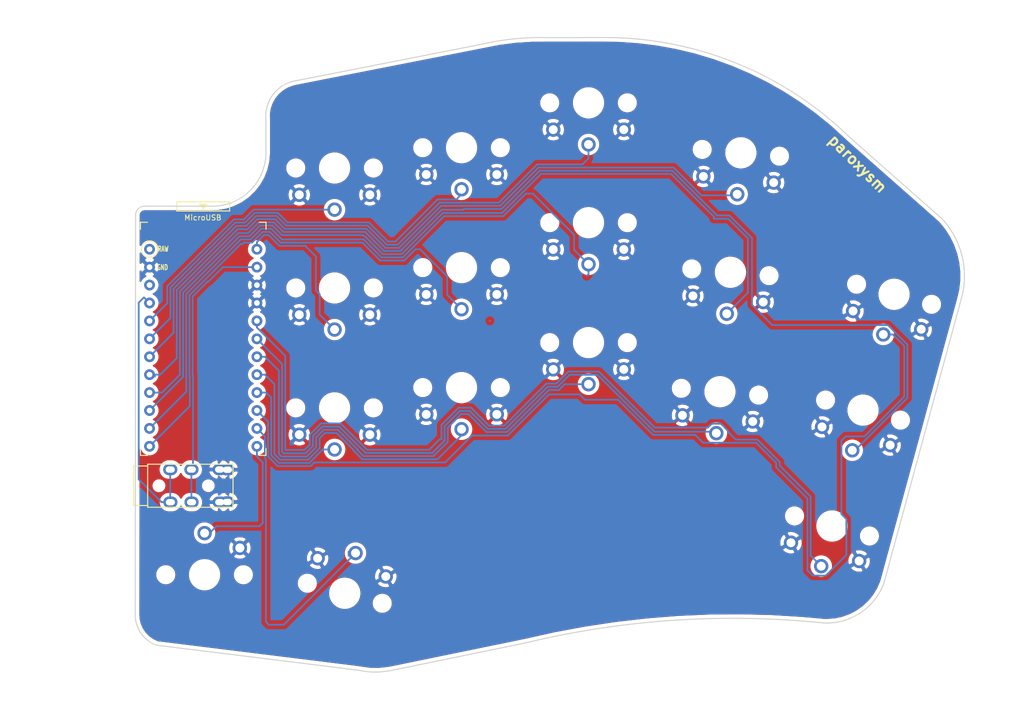
<source format=kicad_pcb>
(kicad_pcb (version 20171130) (host pcbnew "(5.1.10-1-10_14)")
  (title_block (title hypergolic) (date 2020-12-26) (rev 0.1) (company broomlabs))
  (layers (0 F.Cu signal hide) (31 B.Cu signal) (34 B.Paste user) (35 F.Paste user) (36 B.SilkS user) (37 F.SilkS user) (38 B.Mask user) (39 F.Mask user) (44 Edge.Cuts user))
  (net 0 "")
  (net 1 reset)
  (net 2 gnd)
  (net 3 vcc)
  (net 4 Switch18)
  (net 5 Switch1)
  (net 6 Switch2)
  (net 7 Switch3)
  (net 8 Switch4)
  (net 9 Switch5)
  (net 10 Switch6)
  (net 11 Switch7)
  (net 12 Switch8)
  (net 13 Switch9)
  (net 14 Switch10)
  (net 15 Switch11)
  (net 16 Switch12)
  (net 17 Switch13)
  (net 18 Switch14)
  (net 19 Switch15)
  (net 20 Switch16)
  (net 21 Switch17)
  (net 22 raw)
  (module kbd:ProMicro_v3_min_dual (layer F.Cu) (at 40.64 67.056)
    (fp_text reference U1 hide)
    (fp_text value ProMicro-kbd hide)
    (fp_text user "" (at -1.2065 -16.256) (layer B.SilkS) (effects (justify mirror)))
    (fp_text user "" (at -0.5 -17.25) (layer F.SilkS))
    (fp_text user MicroUSB (at -0.05 -18.95) (layer F.SilkS) (effects (font (size 0.75 0.75) (thickness 0.12))))
    (fp_text user RAW (at -5.67 -14.52) (layer F.SilkS) (effects (font (size 0.75 0.5) (thickness 0.125))))
    (fp_text user GND (at -5.77 -11.91) (layer F.SilkS) (effects (font (size 0.75 0.5) (thickness 0.125))))
    (pad 24 thru_hole circle (at -7.6086 -14.478) (size 1.524 1.524) (drill 0.8128) (layers *.Cu *.Mask) (net 22 raw))
    (pad 23 thru_hole circle (at -7.6086 -11.938) (size 1.524 1.524) (drill 0.8128) (layers *.Cu *.Mask) (net 2 gnd))
    (pad 22 thru_hole circle (at -7.6086 -9.398) (size 1.524 1.524) (drill 0.8128) (layers *.Cu *.Mask) (net 1 reset))
    (pad 21 thru_hole circle (at -7.6086 -6.858) (size 1.524 1.524) (drill 0.8128) (layers *.Cu *.Mask) (net 3 vcc))
    (pad 20 thru_hole circle (at -7.6086 -4.318) (size 1.524 1.524) (drill 0.8128) (layers *.Cu *.Mask) (net 9 Switch5))
    (pad 19 thru_hole circle (at -7.6086 -1.778) (size 1.524 1.524) (drill 0.8128) (layers *.Cu *.Mask) (net 8 Switch4))
    (pad 18 thru_hole circle (at -7.6086 0.762) (size 1.524 1.524) (drill 0.8128) (layers *.Cu *.Mask) (net 7 Switch3))
    (pad 17 thru_hole circle (at -7.6086 3.302) (size 1.524 1.524) (drill 0.8128) (layers *.Cu *.Mask) (net 6 Switch2))
    (pad 16 thru_hole circle (at -7.6086 5.842) (size 1.524 1.524) (drill 0.8128) (layers *.Cu *.Mask) (net 10 Switch6))
    (pad 15 thru_hole circle (at -7.6086 8.382) (size 1.524 1.524) (drill 0.8128) (layers *.Cu *.Mask) (net 11 Switch7))
    (pad 14 thru_hole circle (at -7.6086 10.922) (size 1.524 1.524) (drill 0.8128) (layers *.Cu *.Mask) (net 12 Switch8))
    (pad 13 thru_hole circle (at -7.6086 13.462) (size 1.524 1.524) (drill 0.8128) (layers *.Cu *.Mask) (net 13 Switch9))
    (pad 12 thru_hole circle (at 7.6114 13.462) (size 1.524 1.524) (drill 0.8128) (layers *.Cu *.Mask) (net 21 Switch17))
    (pad 11 thru_hole circle (at 7.6114 10.922) (size 1.524 1.524) (drill 0.8128) (layers *.Cu *.Mask) (net 20 Switch16))
    (pad 10 thru_hole circle (at 7.6114 8.382) (size 1.524 1.524) (drill 0.8128) (layers *.Cu *.Mask) (net 5 Switch1))
    (pad 9 thru_hole circle (at 7.6114 5.842) (size 1.524 1.524) (drill 0.8128) (layers *.Cu *.Mask) (net 19 Switch15))
    (pad 8 thru_hole circle (at 7.6114 3.302) (size 1.524 1.524) (drill 0.8128) (layers *.Cu *.Mask) (net 18 Switch14))
    (pad 7 thru_hole circle (at 7.6114 0.762) (size 1.524 1.524) (drill 0.8128) (layers *.Cu *.Mask) (net 17 Switch13))
    (pad 6 thru_hole circle (at 7.6114 -1.778) (size 1.524 1.524) (drill 0.8128) (layers *.Cu *.Mask) (net 16 Switch12))
    (pad 5 thru_hole circle (at 7.6114 -4.318) (size 1.524 1.524) (drill 0.8128) (layers *.Cu *.Mask) (net 15 Switch11))
    (pad 4 thru_hole circle (at 7.6114 -6.858) (size 1.524 1.524) (drill 0.8128) (layers *.Cu *.Mask) (net 2 gnd))
    (pad 3 thru_hole circle (at 7.6114 -9.398) (size 1.524 1.524) (drill 0.8128) (layers *.Cu *.Mask) (net 2 gnd))
    (pad 2 thru_hole circle (at 7.6114 -11.938) (size 1.524 1.524) (drill 0.8128) (layers *.Cu *.Mask) (net 4 Switch18))
    (pad 1 thru_hole circle (at 7.6114 -14.478) (size 1.524 1.524) (drill 0.8128) (layers *.Cu *.Mask) (net 14 Switch10))
  )
  (module Kailh:TRRS-PJ-DPB2 (layer F.Cu) (at 32.766 86.106 90)
    (fp_text reference Jack0 hide)
    (fp_text value TRRS hide)
    (pad R1 thru_hole oval (at -2.33 6.22 270) (size 1.6 2) (drill oval 0.9 1.3) (layers *.Cu *.Mask) (net 4 Switch18))
    (pad R2 thru_hole oval (at -2.33 3.22 270) (size 1.6 2) (drill oval 0.9 1.3) (layers *.Cu *.Mask) (net 3 vcc))
    (pad T thru_hole oval (at -2.33 10.22 270) (size 1.6 2) (drill oval 0.9 1.3) (layers *.Cu *.Mask) (net 2 gnd))
    (pad S thru_hole oval (at 2.27 11.32 270) (size 1.6 2) (drill oval 0.9 1.3) (layers *.Cu *.Mask) (net 2 gnd))
    (pad S thru_hole oval (at -2.3 11.3 90) (size 1.6 2) (drill oval 0.9 1.3) (layers *.Cu *.Mask) (net 2 gnd))
    (pad T thru_hole oval (at 2.3 10.2 90) (size 1.6 2) (drill oval 0.9 1.3) (layers *.Cu *.Mask) (net 2 gnd))
    (pad R2 thru_hole oval (at 2.3 3.2 90) (size 1.6 2) (drill oval 0.9 1.3) (layers *.Cu *.Mask) (net 3 vcc))
    (pad "" np_thru_hole circle (at 0 8.6 90) (size 0.8 0.8) (drill 0.8) (layers *.Cu *.Mask))
    (pad "" np_thru_hole circle (at 0 1.6 90) (size 0.8 0.8) (drill 0.8) (layers *.Cu *.Mask))
    (pad R1 thru_hole oval (at 2.3 6.2 90) (size 1.6 2) (drill oval 0.9 1.3) (layers *.Cu *.Mask) (net 4 Switch18))
  )
  (module Kailh:SW_PG1350_rev_DPB2 (layer B.Cu) (at 129.774266 91.806688 165)
    (fp_text reference SW8 hide)
    (fp_text value SW_Push hide)
    (pad "" np_thru_hole circle (at -5.5 0 165) (size 1.7018 1.7018) (drill 1.7018) (layers *.Cu *.Mask))
    (pad "" np_thru_hole circle (at 5.5 0 165) (size 1.7018 1.7018) (drill 1.7018) (layers *.Cu *.Mask))
    (pad 1 thru_hole circle (at 0 -5.9 165) (size 2.032 2.032) (drill 1.27) (layers *.Cu *.Mask) (net 15 Switch11))
    (pad 2 thru_hole circle (at -5 -3.8 165) (size 2.032 2.032) (drill 1.27) (layers *.Cu *.Mask) (net 2 gnd))
    (pad "" np_thru_hole circle (at 0 0 165) (size 3.429 3.429) (drill 3.429) (layers *.Cu *.Mask))
    (pad 2 thru_hole circle (at 5 -3.8 165) (size 2.032 2.032) (drill 1.27) (layers *.Cu *.Mask) (net 2 gnd))
  )
  (module Kailh:SW_PG1350_rev_DPB2 (layer B.Cu) (at 40.832476 98.720705)
    (fp_text reference SW21 hide)
    (fp_text value SW_Push hide)
    (pad 2 thru_hole circle (at 5 -3.8) (size 2.032 2.032) (drill 1.27) (layers *.Cu *.Mask) (net 2 gnd))
    (pad "" np_thru_hole circle (at 0 0) (size 3.429 3.429) (drill 3.429) (layers *.Cu *.Mask))
    (pad 2 thru_hole circle (at 5 -3.8) (size 2.032 2.032) (drill 1.27) (layers *.Cu *.Mask) (net 2 gnd))
    (pad 1 thru_hole circle (at 0 -5.9) (size 2.032 2.032) (drill 1.27) (layers *.Cu *.Mask) (net 21 Switch17))
    (pad "" np_thru_hole circle (at 5.5 0) (size 1.7018 1.7018) (drill 1.7018) (layers *.Cu *.Mask))
    (pad "" np_thru_hole circle (at -5.5 0) (size 1.7018 1.7018) (drill 1.7018) (layers *.Cu *.Mask))
  )
  (module Kailh:SW_PG1350_rev_DPB2 (layer B.Cu) (at 138.574835 58.962519 165)
    (fp_text reference SW14 hide)
    (fp_text value SW_Push hide)
    (pad 2 thru_hole circle (at 5 -3.8 165) (size 2.032 2.032) (drill 1.27) (layers *.Cu *.Mask) (net 2 gnd))
    (pad "" np_thru_hole circle (at 0 0 165) (size 3.429 3.429) (drill 3.429) (layers *.Cu *.Mask))
    (pad 2 thru_hole circle (at -5 -3.8 165) (size 2.032 2.032) (drill 1.27) (layers *.Cu *.Mask) (net 2 gnd))
    (pad 1 thru_hole circle (at 0 -5.9 165) (size 2.032 2.032) (drill 1.27) (layers *.Cu *.Mask) (net 5 Switch1))
    (pad "" np_thru_hole circle (at 5.5 0 165) (size 1.7018 1.7018) (drill 1.7018) (layers *.Cu *.Mask))
    (pad "" np_thru_hole circle (at -5.5 0 165) (size 1.7018 1.7018) (drill 1.7018) (layers *.Cu *.Mask))
  )
  (module Kailh:SW_PG1350_rev_DPB2 (layer B.Cu) (at 134.17463 75.384306 165)
    (fp_text reference SW8 hide)
    (fp_text value SW_Push hide)
    (pad 2 thru_hole circle (at 5 -3.8 165) (size 2.032 2.032) (drill 1.27) (layers *.Cu *.Mask) (net 2 gnd))
    (pad "" np_thru_hole circle (at 0 0 165) (size 3.429 3.429) (drill 3.429) (layers *.Cu *.Mask))
    (pad 2 thru_hole circle (at -5 -3.8 165) (size 2.032 2.032) (drill 1.27) (layers *.Cu *.Mask) (net 2 gnd))
    (pad 1 thru_hole circle (at 0 -5.9 165) (size 2.032 2.032) (drill 1.27) (layers *.Cu *.Mask) (net 10 Switch6))
    (pad "" np_thru_hole circle (at 5.5 0 165) (size 1.7018 1.7018) (drill 1.7018) (layers *.Cu *.Mask))
    (pad "" np_thru_hole circle (at -5.5 0 165) (size 1.7018 1.7018) (drill 1.7018) (layers *.Cu *.Mask))
  )
  (module Kailh:SW_PG1350_rev_DPB2 (layer B.Cu) (at 77.26 72.189 180)
    (fp_text reference SW17 hide)
    (fp_text value SW_Push hide)
    (pad 2 thru_hole circle (at 5 -3.8 180) (size 2.032 2.032) (drill 1.27) (layers *.Cu *.Mask) (net 2 gnd))
    (pad "" np_thru_hole circle (at 0 0 180) (size 3.429 3.429) (drill 3.429) (layers *.Cu *.Mask))
    (pad 2 thru_hole circle (at -5 -3.8 180) (size 2.032 2.032) (drill 1.27) (layers *.Cu *.Mask) (net 2 gnd))
    (pad 1 thru_hole circle (at 0 -5.9 180) (size 2.032 2.032) (drill 1.27) (layers *.Cu *.Mask) (net 18 Switch14))
    (pad "" np_thru_hole circle (at 5.5 0 180) (size 1.7018 1.7018) (drill 1.7018) (layers *.Cu *.Mask))
    (pad "" np_thru_hole circle (at -5.5 0 180) (size 1.7018 1.7018) (drill 1.7018) (layers *.Cu *.Mask))
  )
  (module Kailh:SW_PG1350_rev_DPB2 (layer B.Cu) (at 59.26 58.064 180)
    (fp_text reference SW12 hide)
    (fp_text value SW_Push hide)
    (pad 2 thru_hole circle (at 5 -3.8 180) (size 2.032 2.032) (drill 1.27) (layers *.Cu *.Mask) (net 2 gnd))
    (pad "" np_thru_hole circle (at 0 0 180) (size 3.429 3.429) (drill 3.429) (layers *.Cu *.Mask))
    (pad 2 thru_hole circle (at -5 -3.8 180) (size 2.032 2.032) (drill 1.27) (layers *.Cu *.Mask) (net 2 gnd))
    (pad 1 thru_hole circle (at 0 -5.9 180) (size 2.032 2.032) (drill 1.27) (layers *.Cu *.Mask) (net 14 Switch10))
    (pad "" np_thru_hole circle (at 5.5 0 180) (size 1.7018 1.7018) (drill 1.7018) (layers *.Cu *.Mask))
    (pad "" np_thru_hole circle (at -5.5 0 180) (size 1.7018 1.7018) (drill 1.7018) (layers *.Cu *.Mask))
  )
  (module Kailh:SW_PG1350_rev_DPB2 (layer B.Cu) (at 59.26 75.064 180)
    (fp_text reference SW18 hide)
    (fp_text value SW_Push hide)
    (pad 2 thru_hole circle (at 5 -3.8 180) (size 2.032 2.032) (drill 1.27) (layers *.Cu *.Mask) (net 2 gnd))
    (pad "" np_thru_hole circle (at 0 0 180) (size 3.429 3.429) (drill 3.429) (layers *.Cu *.Mask))
    (pad 2 thru_hole circle (at -5 -3.8 180) (size 2.032 2.032) (drill 1.27) (layers *.Cu *.Mask) (net 2 gnd))
    (pad 1 thru_hole circle (at 0 -5.9 180) (size 2.032 2.032) (drill 1.27) (layers *.Cu *.Mask) (net 19 Switch15))
    (pad "" np_thru_hole circle (at 5.5 0 180) (size 1.7018 1.7018) (drill 1.7018) (layers *.Cu *.Mask))
    (pad "" np_thru_hole circle (at -5.5 0 180) (size 1.7018 1.7018) (drill 1.7018) (layers *.Cu *.Mask))
  )
  (module Kailh:SW_PG1350_rev_DPB2 (layer B.Cu) (at 116.855326 38.908261 175)
    (fp_text reference SW3 hide)
    (fp_text value SW_Push hide)
    (pad 2 thru_hole circle (at 5 -3.8 175) (size 2.032 2.032) (drill 1.27) (layers *.Cu *.Mask) (net 2 gnd))
    (pad "" np_thru_hole circle (at 0 0 175) (size 3.429 3.429) (drill 3.429) (layers *.Cu *.Mask))
    (pad 2 thru_hole circle (at -5 -3.8 175) (size 2.032 2.032) (drill 1.27) (layers *.Cu *.Mask) (net 2 gnd))
    (pad 1 thru_hole circle (at 0 -5.9 175) (size 2.032 2.032) (drill 1.27) (layers *.Cu *.Mask) (net 6 Switch2))
    (pad "" np_thru_hole circle (at 5.5 0 175) (size 1.7018 1.7018) (drill 1.7018) (layers *.Cu *.Mask))
    (pad "" np_thru_hole circle (at -5.5 0 175) (size 1.7018 1.7018) (drill 1.7018) (layers *.Cu *.Mask))
  )
  (module Kailh:SW_PG1350_rev_DPB2 (layer B.Cu) (at 60.706 101.346 345)
    (fp_text reference SW20 hide)
    (fp_text value SW_Push hide)
    (pad 2 thru_hole circle (at 5 -3.8 345) (size 2.032 2.032) (drill 1.27) (layers *.Cu *.Mask) (net 2 gnd))
    (pad "" np_thru_hole circle (at 0 0 345) (size 3.429 3.429) (drill 3.429) (layers *.Cu *.Mask))
    (pad 2 thru_hole circle (at -5 -3.8 345) (size 2.032 2.032) (drill 1.27) (layers *.Cu *.Mask) (net 2 gnd))
    (pad 1 thru_hole circle (at 0 -5.9 345) (size 2.032 2.032) (drill 1.27) (layers *.Cu *.Mask) (net 20 Switch16))
    (pad "" np_thru_hole circle (at 5.5 0 345) (size 1.7018 1.7018) (drill 1.7018) (layers *.Cu *.Mask))
    (pad "" np_thru_hole circle (at -5.5 0 345) (size 1.7018 1.7018) (drill 1.7018) (layers *.Cu *.Mask))
  )
  (module Kailh:SW_PG1350_rev_DPB2 (layer B.Cu) (at 95.26 65.814 180)
    (fp_text reference SW16 hide)
    (fp_text value SW_Push hide)
    (pad 2 thru_hole circle (at 5 -3.8 180) (size 2.032 2.032) (drill 1.27) (layers *.Cu *.Mask) (net 2 gnd))
    (pad "" np_thru_hole circle (at 0 0 180) (size 3.429 3.429) (drill 3.429) (layers *.Cu *.Mask))
    (pad 2 thru_hole circle (at -5 -3.8 180) (size 2.032 2.032) (drill 1.27) (layers *.Cu *.Mask) (net 2 gnd))
    (pad 1 thru_hole circle (at 0 -5.9 180) (size 2.032 2.032) (drill 1.27) (layers *.Cu *.Mask) (net 17 Switch13))
    (pad "" np_thru_hole circle (at 5.5 0 180) (size 1.7018 1.7018) (drill 1.7018) (layers *.Cu *.Mask))
    (pad "" np_thru_hole circle (at -5.5 0 180) (size 1.7018 1.7018) (drill 1.7018) (layers *.Cu *.Mask))
  )
  (module Kailh:SW_PG1350_rev_DPB2 (layer B.Cu) (at 113.89239 72.775467 175)
    (fp_text reference SW15 hide)
    (fp_text value SW_Push hide)
    (pad 2 thru_hole circle (at 5 -3.8 175) (size 2.032 2.032) (drill 1.27) (layers *.Cu *.Mask) (net 2 gnd))
    (pad "" np_thru_hole circle (at 0 0 175) (size 3.429 3.429) (drill 3.429) (layers *.Cu *.Mask))
    (pad 2 thru_hole circle (at -5 -3.8 175) (size 2.032 2.032) (drill 1.27) (layers *.Cu *.Mask) (net 2 gnd))
    (pad 1 thru_hole circle (at 0 -5.9 175) (size 2.032 2.032) (drill 1.27) (layers *.Cu *.Mask) (net 16 Switch12))
    (pad "" np_thru_hole circle (at 5.5 0 175) (size 1.7018 1.7018) (drill 1.7018) (layers *.Cu *.Mask))
    (pad "" np_thru_hole circle (at -5.5 0 175) (size 1.7018 1.7018) (drill 1.7018) (layers *.Cu *.Mask))
  )
  (module Kailh:SW_PG1350_rev_DPB2 (layer B.Cu) (at 77.26 55.184 180)
    (fp_text reference SW11 hide)
    (fp_text value SW_Push hide)
    (pad 2 thru_hole circle (at 5 -3.8 180) (size 2.032 2.032) (drill 1.27) (layers *.Cu *.Mask) (net 2 gnd))
    (pad "" np_thru_hole circle (at 0 0 180) (size 3.429 3.429) (drill 3.429) (layers *.Cu *.Mask))
    (pad 2 thru_hole circle (at -5 -3.8 180) (size 2.032 2.032) (drill 1.27) (layers *.Cu *.Mask) (net 2 gnd))
    (pad 1 thru_hole circle (at 0 -5.9 180) (size 2.032 2.032) (drill 1.27) (layers *.Cu *.Mask) (net 13 Switch9))
    (pad "" np_thru_hole circle (at 5.5 0 180) (size 1.7018 1.7018) (drill 1.7018) (layers *.Cu *.Mask))
    (pad "" np_thru_hole circle (at -5.5 0 180) (size 1.7018 1.7018) (drill 1.7018) (layers *.Cu *.Mask))
  )
  (module Kailh:SW_PG1350_rev_DPB2 (layer B.Cu) (at 95.26 48.814 180)
    (fp_text reference SW10 hide)
    (fp_text value SW_Push hide)
    (pad 2 thru_hole circle (at 5 -3.8 180) (size 2.032 2.032) (drill 1.27) (layers *.Cu *.Mask) (net 2 gnd))
    (pad "" np_thru_hole circle (at 0 0 180) (size 3.429 3.429) (drill 3.429) (layers *.Cu *.Mask))
    (pad 2 thru_hole circle (at -5 -3.8 180) (size 2.032 2.032) (drill 1.27) (layers *.Cu *.Mask) (net 2 gnd))
    (pad 1 thru_hole circle (at 0 -5.9 180) (size 2.032 2.032) (drill 1.27) (layers *.Cu *.Mask) (net 12 Switch8))
    (pad "" np_thru_hole circle (at 5.5 0 180) (size 1.7018 1.7018) (drill 1.7018) (layers *.Cu *.Mask))
    (pad "" np_thru_hole circle (at -5.5 0 180) (size 1.7018 1.7018) (drill 1.7018) (layers *.Cu *.Mask))
  )
  (module Kailh:SW_PG1350_rev_DPB2 (layer B.Cu) (at 115.373738 55.843584 175)
    (fp_text reference SW9 hide)
    (fp_text value SW_Push hide)
    (pad 2 thru_hole circle (at 5 -3.8 175) (size 2.032 2.032) (drill 1.27) (layers *.Cu *.Mask) (net 2 gnd))
    (pad "" np_thru_hole circle (at 0 0 175) (size 3.429 3.429) (drill 3.429) (layers *.Cu *.Mask))
    (pad 2 thru_hole circle (at -5 -3.8 175) (size 2.032 2.032) (drill 1.27) (layers *.Cu *.Mask) (net 2 gnd))
    (pad 1 thru_hole circle (at 0 -5.9 175) (size 2.032 2.032) (drill 1.27) (layers *.Cu *.Mask) (net 11 Switch7))
    (pad "" np_thru_hole circle (at 5.5 0 175) (size 1.7018 1.7018) (drill 1.7018) (layers *.Cu *.Mask))
    (pad "" np_thru_hole circle (at -5.5 0 175) (size 1.7018 1.7018) (drill 1.7018) (layers *.Cu *.Mask))
  )
  (module Kailh:SW_PG1350_rev_DPB2 (layer B.Cu) (at 77.26 38.184 180)
    (fp_text reference SW5 hide)
    (fp_text value SW_Push hide)
    (pad 2 thru_hole circle (at 5 -3.8 180) (size 2.032 2.032) (drill 1.27) (layers *.Cu *.Mask) (net 2 gnd))
    (pad "" np_thru_hole circle (at 0 0 180) (size 3.429 3.429) (drill 3.429) (layers *.Cu *.Mask))
    (pad 2 thru_hole circle (at -5 -3.8 180) (size 2.032 2.032) (drill 1.27) (layers *.Cu *.Mask) (net 2 gnd))
    (pad 1 thru_hole circle (at 0 -5.9 180) (size 2.032 2.032) (drill 1.27) (layers *.Cu *.Mask) (net 8 Switch4))
    (pad "" np_thru_hole circle (at 5.5 0 180) (size 1.7018 1.7018) (drill 1.7018) (layers *.Cu *.Mask))
    (pad "" np_thru_hole circle (at -5.5 0 180) (size 1.7018 1.7018) (drill 1.7018) (layers *.Cu *.Mask))
  )
  (module Kailh:SW_PG1350_rev_DPB2 (layer B.Cu) (at 95.26 31.824 180)
    (fp_text reference SW4 hide)
    (fp_text value SW_Push hide)
    (pad 2 thru_hole circle (at 5 -3.8 180) (size 2.032 2.032) (drill 1.27) (layers *.Cu *.Mask) (net 2 gnd))
    (pad "" np_thru_hole circle (at 0 0 180) (size 3.429 3.429) (drill 3.429) (layers *.Cu *.Mask))
    (pad 2 thru_hole circle (at -5 -3.8 180) (size 2.032 2.032) (drill 1.27) (layers *.Cu *.Mask) (net 2 gnd))
    (pad 1 thru_hole circle (at 0 -5.9 180) (size 2.032 2.032) (drill 1.27) (layers *.Cu *.Mask) (net 7 Switch3))
    (pad "" np_thru_hole circle (at 5.5 0 180) (size 1.7018 1.7018) (drill 1.7018) (layers *.Cu *.Mask))
    (pad "" np_thru_hole circle (at -5.5 0 180) (size 1.7018 1.7018) (drill 1.7018) (layers *.Cu *.Mask))
  )
  (module Kailh:SW_PG1350_rev_DPB2 (layer B.Cu) (at 59.26 41.064 180)
    (fp_text reference SW6 hide)
    (fp_text value SW_Push hide)
    (pad 2 thru_hole circle (at 5 -3.8 180) (size 2.032 2.032) (drill 1.27) (layers *.Cu *.Mask) (net 2 gnd))
    (pad "" np_thru_hole circle (at 0 0 180) (size 3.429 3.429) (drill 3.429) (layers *.Cu *.Mask))
    (pad 2 thru_hole circle (at -5 -3.8 180) (size 2.032 2.032) (drill 1.27) (layers *.Cu *.Mask) (net 2 gnd))
    (pad 1 thru_hole circle (at 0 -5.9 180) (size 2.032 2.032) (drill 1.27) (layers *.Cu *.Mask) (net 9 Switch5))
    (pad "" np_thru_hole circle (at 5.5 0 180) (size 1.7018 1.7018) (drill 1.7018) (layers *.Cu *.Mask))
    (pad "" np_thru_hole circle (at -5.5 0 180) (size 1.7018 1.7018) (drill 1.7018) (layers *.Cu *.Mask))
  )
  (gr_arc (start 136.639964 56.371006) (end 145.39495 48.291023) (angle 58.87980947) (layer Edge.Cuts) (width 0.15))
  (gr_arc (start 129.024097 96.933133) (end 137.16 99.822) (angle 73.67484284) (layer Edge.Cuts) (width 0.15))
  (gr_line (start 128.033468 105.502274) (end 128.538609 105.553039) (layer Edge.Cuts) (width 0.15))
  (gr_line (start 148.082 59.69) (end 137.16 99.822) (angle 90) (layer Edge.Cuts) (width 0.15))
  (gr_circle (center 33.02 52.578) (end 34.036 53.086) (layer F.SilkS) (width 0.15))
  (gr_arc (start 115.728445 230.640449) (end 128.033468 105.502274) (angle -19.13145794) (layer Edge.Cuts) (width 0.15))
  (gr_line (start 67.247725 112.302294) (end 86.341482 108.380959) (layer Edge.Cuts) (width 0.15))
  (gr_text paroxysm (at 129.54 36.576 -45) (layer F.SilkS) (effects (font (size 1.5 1.5) (thickness 0.3)) (justify left)))
  (gr_arc (start 97.533067 72.318144) (end 132.331067 36.758144) (angle -45.25427734) (layer Edge.Cuts) (width 0.15))
  (gr_line (start 66.818368 112.363873) (end 67.247725 112.302294) (layer Edge.Cuts) (width 0.15))
  (gr_arc (start 32.32832 47.742) (end 31.05832 47.752) (angle 94.05555909) (layer Edge.Cuts) (width 0.15))
  (gr_line (start 32.408164 46.474473) (end 41.656141 46.477771) (angle 90) (layer Edge.Cuts) (width 0.15))
  (gr_arc (start 65.024 101.854) (end 62.738 112.268) (angle -22.06954052) (layer Edge.Cuts) (width 0.15))
  (gr_line (start 62.738 112.268) (end 34.036 108.712) (layer Edge.Cuts) (width 0.15))
  (gr_arc (start 35.572354 104.409905) (end 34.036 108.712) (angle 70.54625375) (layer Edge.Cuts) (width 0.15))
  (gr_arc (start 88.368079 58.96879) (end 80.226393 23.495399) (angle 14.16454563) (layer Edge.Cuts) (width 0.15))
  (gr_line (start 89.154528 22.581567) (end 96.773466 22.570406) (angle 90) (layer Edge.Cuts) (width 0.15))
  (gr_arc (start 41.91 38.86061) (end 49.53 39.006151) (angle 90.81459567) (layer Edge.Cuts) (width 0.15))
  (gr_arc (start 54.627507 33.74391) (end 49.53 34.29) (angle 87.32605082) (layer Edge.Cuts) (width 0.15))
  (gr_line (start 132.331067 36.758144) (end 145.39495 48.291023) (angle 90) (layer Edge.Cuts) (width 0.15))
  (gr_line (start 49.53 39.006151) (end 49.53 34.29) (angle 90) (layer Edge.Cuts) (width 0.15))
  (gr_line (start 31.004187 104.394055) (end 31.05832 47.752) (angle 90) (layer Edge.Cuts) (width 0.15))
  (gr_line (start 53.844201 28.67743) (end 80.226393 23.495399) (angle 90) (layer Edge.Cuts) (width 0.15))
  (segment (start 81.28 62.738) (end 81.279998 62.737998) (width 0.25) (layer B.Cu) (net 0))
  (segment (start 33.0314 57.658) (end 32.53523 57.658) (width 0.25) (layer B.Cu) (net 1))
  (segment (start 32.208434 59.436001) (end 31.496 60.148435) (width 0.25) (layer B.Cu) (net 3))
  (segment (start 32.269401 59.436001) (end 32.208434 59.436001) (width 0.25) (layer B.Cu) (net 3))
  (segment (start 33.0314 60.198) (end 32.269401 59.436001) (width 0.25) (layer B.Cu) (net 3))
  (segment (start 34.736 88.436) (end 35.986 88.436) (width 0.25) (layer B.Cu) (net 3))
  (segment (start 31.496 85.196) (end 34.736 88.436) (width 0.25) (layer B.Cu) (net 3))
  (segment (start 31.496 60.148435) (end 31.496 85.196) (width 0.25) (layer B.Cu) (net 3))
  (segment (start 35.966 88.416) (end 35.986 88.436) (width 0.25) (layer B.Cu) (net 3))
  (segment (start 35.966 83.806) (end 35.966 88.416) (width 0.25) (layer B.Cu) (net 3))
  (segment (start 48.2514 55.118) (end 43.434 55.118) (width 0.25) (layer B.Cu) (net 4))
  (segment (start 41.402 57.15) (end 41.28205 57.15) (width 0.25) (layer B.Cu) (net 4))
  (segment (start 43.434 55.118) (end 41.402 57.15) (width 0.25) (layer B.Cu) (net 4))
  (segment (start 41.28205 57.15) (end 39.138039 59.294011) (width 0.25) (layer B.Cu) (net 4))
  (segment (start 39.19071 70.529472) (end 39.19071 83.58129) (width 0.25) (layer B.Cu) (net 4))
  (segment (start 39.138039 70.476801) (end 39.19071 70.529472) (width 0.25) (layer B.Cu) (net 4))
  (segment (start 39.19071 83.58129) (end 38.966 83.806) (width 0.25) (layer B.Cu) (net 4))
  (segment (start 39.138039 59.294011) (end 39.138039 70.476801) (width 0.25) (layer B.Cu) (net 4))
  (segment (start 38.966 88.416) (end 38.986 88.436) (width 0.25) (layer B.Cu) (net 4))
  (segment (start 38.966 83.806) (end 38.966 88.416) (width 0.25) (layer B.Cu) (net 4))
  (segment (start 80.01 78.994) (end 79.756 78.994) (width 0.25) (layer B.Cu) (net 5))
  (segment (start 111.506 80.01) (end 119.002246 80.01) (width 0.25) (layer B.Cu) (net 5))
  (segment (start 80.01 78.994) (end 83.82 78.994) (width 0.25) (layer B.Cu) (net 5))
  (segment (start 83.82 78.994) (end 89.662 73.152) (width 0.25) (layer B.Cu) (net 5))
  (segment (start 89.662 73.152) (end 93.98 73.152) (width 0.25) (layer B.Cu) (net 5))
  (segment (start 110.391075 78.895075) (end 111.506 80.01) (width 0.25) (layer B.Cu) (net 5))
  (segment (start 94.742 73.914) (end 99.43959 73.914) (width 0.25) (layer B.Cu) (net 5))
  (segment (start 104.420665 78.895075) (end 110.391075 78.895075) (width 0.25) (layer B.Cu) (net 5))
  (segment (start 93.98 73.152) (end 94.742 73.914) (width 0.25) (layer B.Cu) (net 5))
  (segment (start 99.43959 73.914) (end 104.420665 78.895075) (width 0.25) (layer B.Cu) (net 5))
  (segment (start 131.11002 90.12398) (end 131.813767 90.827727) (width 0.25) (layer B.Cu) (net 5))
  (segment (start 131.813767 95.923799) (end 128.890915 98.846651) (width 0.25) (layer B.Cu) (net 5))
  (segment (start 131.11002 79.70998) (end 131.11002 90.12398) (width 0.25) (layer B.Cu) (net 5))
  (segment (start 131.71827 79.10173) (end 131.11002 79.70998) (width 0.25) (layer B.Cu) (net 5))
  (segment (start 134.38386 79.10173) (end 131.71827 79.10173) (width 0.25) (layer B.Cu) (net 5))
  (segment (start 140.01199 73.4736) (end 134.38386 79.10173) (width 0.25) (layer B.Cu) (net 5))
  (segment (start 131.813767 90.827727) (end 131.813767 95.923799) (width 0.25) (layer B.Cu) (net 5))
  (segment (start 140.01199 66.277396) (end 140.01199 73.4736) (width 0.25) (layer B.Cu) (net 5))
  (segment (start 138.396075 64.661481) (end 140.01199 66.277396) (width 0.25) (layer B.Cu) (net 5))
  (segment (start 137.047803 64.661481) (end 138.396075 64.661481) (width 0.25) (layer B.Cu) (net 5))
  (segment (start 119.002246 80.01) (end 121.858123 82.865877) (width 0.25) (layer B.Cu) (net 5))
  (segment (start 121.858123 83.373877) (end 121.858123 83.504123) (width 0.25) (layer B.Cu) (net 5))
  (segment (start 121.858123 82.865877) (end 121.858123 83.373877) (width 0.25) (layer B.Cu) (net 5))
  (segment (start 126.29599 98.10199) (end 127.040651 98.846651) (width 0.25) (layer B.Cu) (net 5))
  (segment (start 126.29599 87.94199) (end 126.29599 98.10199) (width 0.25) (layer B.Cu) (net 5))
  (segment (start 121.858123 83.504123) (end 126.29599 87.94199) (width 0.25) (layer B.Cu) (net 5))
  (segment (start 128.890915 98.846651) (end 127.040651 98.846651) (width 0.25) (layer B.Cu) (net 5))
  (segment (start 51.179589 83.311999) (end 49.828401 81.960809) (width 0.25) (layer B.Cu) (net 5))
  (segment (start 55.880002 83.311998) (end 51.179589 83.311999) (width 0.25) (layer B.Cu) (net 5))
  (segment (start 56.388 82.804) (end 55.880002 83.311998) (width 0.25) (layer B.Cu) (net 5))
  (segment (start 74.93 82.804) (end 56.388 82.804) (width 0.25) (layer B.Cu) (net 5))
  (segment (start 49.828401 81.960809) (end 49.828401 77.015001) (width 0.25) (layer B.Cu) (net 5))
  (segment (start 78.74 78.994) (end 74.93 82.804) (width 0.25) (layer B.Cu) (net 5))
  (segment (start 49.828401 77.015001) (end 48.2514 75.438) (width 0.25) (layer B.Cu) (net 5))
  (segment (start 80.01 78.994) (end 78.74 78.994) (width 0.25) (layer B.Cu) (net 5))
  (segment (start 33.0314 69.85) (end 33.793399 70.611999) (width 0.25) (layer B.Cu) (net 6))
  (segment (start 34.544 70.358) (end 33.0314 70.358) (width 0.25) (layer B.Cu) (net 6))
  (segment (start 36.88799 68.01401) (end 34.544 70.358) (width 0.25) (layer B.Cu) (net 6))
  (segment (start 36.88799 58.36201) (end 36.88799 68.01401) (width 0.25) (layer B.Cu) (net 6))
  (segment (start 45.212 50.038) (end 44.958 50.292) (width 0.25) (layer B.Cu) (net 6))
  (segment (start 44.958 50.292) (end 36.88799 58.36201) (width 0.25) (layer B.Cu) (net 6))
  (segment (start 45.52399 49.72601) (end 44.958 50.292) (width 0.25) (layer B.Cu) (net 6))
  (segment (start 46.42401 49.72601) (end 45.52399 49.72601) (width 0.25) (layer B.Cu) (net 6))
  (segment (start 46.453005 49.755005) (end 46.42401 49.72601) (width 0.25) (layer B.Cu) (net 6))
  (segment (start 46.889376 49.755005) (end 46.453005 49.755005) (width 0.25) (layer B.Cu) (net 6))
  (segment (start 50.85121 48.31403) (end 48.330351 48.31403) (width 0.25) (layer B.Cu) (net 6))
  (segment (start 116.965007 44.626412) (end 116.649591 44.941828) (width 0.25) (layer B.Cu) (net 6))
  (segment (start 116.649591 44.941828) (end 111.268172 44.941828) (width 0.25) (layer B.Cu) (net 6))
  (segment (start 82.7364 46.42401) (end 74.34876 46.42401) (width 0.25) (layer B.Cu) (net 6))
  (segment (start 66.4804 52.38199) (end 63.771236 49.672826) (width 0.25) (layer B.Cu) (net 6))
  (segment (start 107.326368 41.000024) (end 88.160386 41.000024) (width 0.25) (layer B.Cu) (net 6))
  (segment (start 111.268172 44.941828) (end 107.326368 41.000024) (width 0.25) (layer B.Cu) (net 6))
  (segment (start 74.34876 46.42401) (end 68.39078 52.38199) (width 0.25) (layer B.Cu) (net 6))
  (segment (start 88.160386 41.000024) (end 82.7364 46.42401) (width 0.25) (layer B.Cu) (net 6))
  (segment (start 68.39078 52.38199) (end 66.4804 52.38199) (width 0.25) (layer B.Cu) (net 6))
  (segment (start 51.054 48.53322) (end 51.054 48.51682) (width 0.25) (layer B.Cu) (net 6))
  (segment (start 63.771236 49.672826) (end 52.193605 49.672825) (width 0.25) (layer B.Cu) (net 6))
  (segment (start 52.193605 49.672825) (end 51.054 48.53322) (width 0.25) (layer B.Cu) (net 6))
  (segment (start 48.330351 48.31403) (end 46.889376 49.755005) (width 0.25) (layer B.Cu) (net 6))
  (segment (start 51.054 48.51682) (end 50.85121 48.31403) (width 0.25) (layer B.Cu) (net 6))
  (segment (start 36.43798 64.41142) (end 33.0314 67.818) (width 0.25) (layer B.Cu) (net 7))
  (segment (start 36.43798 58.17561) (end 36.43798 64.41142) (width 0.25) (layer B.Cu) (net 7))
  (segment (start 45.0256 49.58799) (end 36.43798 58.17561) (width 0.25) (layer B.Cu) (net 7))
  (segment (start 95.26 37.724) (end 95.26 39.688028) (width 0.25) (layer B.Cu) (net 7))
  (segment (start 95.26 39.688028) (end 94.398014 40.550014) (width 0.25) (layer B.Cu) (net 7))
  (segment (start 82.55 45.974) (end 74.16236 45.974) (width 0.25) (layer B.Cu) (net 7))
  (segment (start 66.6668 51.93198) (end 63.957637 49.222817) (width 0.25) (layer B.Cu) (net 7))
  (segment (start 94.398014 40.550014) (end 87.973986 40.550014) (width 0.25) (layer B.Cu) (net 7))
  (segment (start 74.16236 45.974) (end 68.20438 51.93198) (width 0.25) (layer B.Cu) (net 7))
  (segment (start 87.973986 40.550014) (end 82.55 45.974) (width 0.25) (layer B.Cu) (net 7))
  (segment (start 68.20438 51.93198) (end 66.6668 51.93198) (width 0.25) (layer B.Cu) (net 7))
  (segment (start 63.957637 49.222817) (end 62.791185 49.222815) (width 0.25) (layer B.Cu) (net 7))
  (segment (start 45.33759 49.276) (end 45.0256 49.58799) (width 0.25) (layer B.Cu) (net 7))
  (segment (start 52.631185 49.222815) (end 52.396404 49.222814) (width 0.25) (layer B.Cu) (net 7))
  (segment (start 62.791185 49.222815) (end 52.631185 49.222815) (width 0.25) (layer B.Cu) (net 7))
  (segment (start 52.396404 49.222814) (end 51.03761 47.86402) (width 0.25) (layer B.Cu) (net 7))
  (segment (start 52.631185 49.222815) (end 52.380005 49.222815) (width 0.25) (layer B.Cu) (net 7))
  (segment (start 51.03761 47.86402) (end 48.143951 47.86402) (width 0.25) (layer B.Cu) (net 7))
  (segment (start 45.998844 49.251156) (end 45.974 49.276) (width 0.25) (layer B.Cu) (net 7))
  (segment (start 48.143951 47.86402) (end 46.756815 49.251156) (width 0.25) (layer B.Cu) (net 7))
  (segment (start 46.756815 49.251156) (end 45.998844 49.251156) (width 0.25) (layer B.Cu) (net 7))
  (segment (start 45.974 49.276) (end 45.33759 49.276) (width 0.25) (layer B.Cu) (net 7))
  (segment (start 46.08998 49.276) (end 45.974 49.276) (width 0.25) (layer B.Cu) (net 7))
  (segment (start 44.19459 49.78259) (end 44.44859 49.52859) (width 0.25) (layer B.Cu) (net 8))
  (segment (start 33.0314 65.278) (end 35.98797 62.32143) (width 0.25) (layer B.Cu) (net 8))
  (segment (start 35.98797 62.32143) (end 35.98797 57.98921) (width 0.25) (layer B.Cu) (net 8))
  (segment (start 35.98797 57.98921) (end 36.19359 57.78359) (width 0.25) (layer B.Cu) (net 8))
  (segment (start 44.19459 49.78259) (end 36.19359 57.78359) (width 0.25) (layer B.Cu) (net 8))
  (segment (start 44.82959 49.14759) (end 44.19459 49.78259) (width 0.25) (layer B.Cu) (net 8))
  (segment (start 77.26 44.77598) (end 76.51199 45.52399) (width 0.25) (layer B.Cu) (net 8))
  (segment (start 66.8532 51.48197) (end 64.144038 48.772808) (width 0.25) (layer B.Cu) (net 8))
  (segment (start 73.85601 45.52399) (end 67.89803 51.48197) (width 0.25) (layer B.Cu) (net 8))
  (segment (start 77.26 44.084) (end 77.26 44.77598) (width 0.25) (layer B.Cu) (net 8))
  (segment (start 76.51199 45.52399) (end 73.85601 45.52399) (width 0.25) (layer B.Cu) (net 8))
  (segment (start 67.89803 51.48197) (end 66.8532 51.48197) (width 0.25) (layer B.Cu) (net 8))
  (segment (start 62.733195 48.772805) (end 52.582805 48.772805) (width 0.25) (layer B.Cu) (net 8))
  (segment (start 46.570415 48.801146) (end 45.176034 48.801146) (width 0.25) (layer B.Cu) (net 8))
  (segment (start 64.144038 48.772808) (end 62.733195 48.772805) (width 0.25) (layer B.Cu) (net 8))
  (segment (start 51.22401 47.41401) (end 47.957551 47.41401) (width 0.25) (layer B.Cu) (net 8))
  (segment (start 52.582805 48.772805) (end 51.22401 47.41401) (width 0.25) (layer B.Cu) (net 8))
  (segment (start 47.957551 47.41401) (end 46.570415 48.801146) (width 0.25) (layer B.Cu) (net 8))
  (segment (start 45.176034 48.801146) (end 44.82959 49.14759) (width 0.25) (layer B.Cu) (net 8))
  (segment (start 33.0314 62.09301) (end 33.0314 62.23) (width 0.25) (layer B.Cu) (net 9))
  (segment (start 46.412356 48.322795) (end 46.384015 48.351136) (width 0.25) (layer B.Cu) (net 9))
  (segment (start 35.53796 60.23144) (end 33.0314 62.738) (width 0.25) (layer B.Cu) (net 9))
  (segment (start 44.989634 48.351136) (end 35.53796 57.80281) (width 0.25) (layer B.Cu) (net 9))
  (segment (start 35.53796 57.80281) (end 35.53796 60.23144) (width 0.25) (layer B.Cu) (net 9))
  (segment (start 46.384015 48.351136) (end 44.989634 48.351136) (width 0.25) (layer B.Cu) (net 9))
  (segment (start 47.771151 46.964) (end 46.384015 48.351136) (width 0.25) (layer B.Cu) (net 9))
  (segment (start 59.26 46.964) (end 47.771151 46.964) (width 0.25) (layer B.Cu) (net 9))
  (segment (start 68.58 52.82918) (end 68.83259 52.57659) (width 0.25) (layer B.Cu) (net 10))
  (segment (start 34.798 72.898) (end 33.0314 72.898) (width 0.25) (layer B.Cu) (net 10))
  (segment (start 37.338 58.54841) (end 37.338 70.358) (width 0.25) (layer B.Cu) (net 10))
  (segment (start 45.3984 50.48801) (end 37.338 58.54841) (width 0.25) (layer B.Cu) (net 10))
  (segment (start 66.294 52.832) (end 63.754 50.292) (width 0.25) (layer B.Cu) (net 10))
  (segment (start 37.338 70.358) (end 34.798 72.898) (width 0.25) (layer B.Cu) (net 10))
  (segment (start 68.57718 52.832) (end 66.294 52.832) (width 0.25) (layer B.Cu) (net 10))
  (segment (start 68.83259 52.57659) (end 68.57718 52.832) (width 0.25) (layer B.Cu) (net 10))
  (segment (start 63.754 50.292) (end 63.584835 50.122835) (width 0.25) (layer B.Cu) (net 10))
  (segment (start 52.662835 50.122835) (end 52.007204 50.122834) (width 0.25) (layer B.Cu) (net 10))
  (segment (start 52.007204 50.122834) (end 50.65237 48.768) (width 0.25) (layer B.Cu) (net 10))
  (segment (start 50.65237 48.768) (end 48.512791 48.768) (width 0.25) (layer B.Cu) (net 10))
  (segment (start 46.988791 50.292) (end 45.59441 50.292) (width 0.25) (layer B.Cu) (net 10))
  (segment (start 48.512791 48.768) (end 46.988791 50.292) (width 0.25) (layer B.Cu) (net 10))
  (segment (start 45.403205 50.483205) (end 45.59441 50.292) (width 0.25) (layer B.Cu) (net 10))
  (segment (start 52.662835 50.122835) (end 63.5 50.122835) (width 0.25) (layer B.Cu) (net 10))
  (segment (start 140.462 73.66) (end 133.038732 81.083268) (width 0.25) (layer B.Cu) (net 10))
  (segment (start 140.462 66.090996) (end 140.462 73.66) (width 0.25) (layer B.Cu) (net 10))
  (segment (start 68.83259 52.57659) (end 74.41918 46.99) (width 0.25) (layer B.Cu) (net 10))
  (segment (start 74.41918 46.99) (end 77.47 46.99) (width 0.25) (layer B.Cu) (net 10))
  (segment (start 82.922801 46.874019) (end 88.346786 41.450034) (width 0.25) (layer B.Cu) (net 10))
  (segment (start 133.038732 81.083268) (end 132.647598 81.083268) (width 0.25) (layer B.Cu) (net 10))
  (segment (start 88.346786 41.450034) (end 107.139968 41.450034) (width 0.25) (layer B.Cu) (net 10))
  (segment (start 77.47 46.99) (end 77.58598 46.87402) (width 0.25) (layer B.Cu) (net 10))
  (segment (start 77.58598 46.87402) (end 82.922801 46.874019) (width 0.25) (layer B.Cu) (net 10))
  (segment (start 107.139968 41.450034) (end 113.480009 47.790075) (width 0.25) (layer B.Cu) (net 10))
  (segment (start 113.480009 47.790075) (end 115.238095 47.790075) (width 0.25) (layer B.Cu) (net 10))
  (segment (start 118.43301 60.459075) (end 121.294415 63.32048) (width 0.25) (layer B.Cu) (net 10))
  (segment (start 121.294415 63.32048) (end 137.691484 63.32048) (width 0.25) (layer B.Cu) (net 10))
  (segment (start 115.238095 47.790075) (end 118.43301 50.98499) (width 0.25) (layer B.Cu) (net 10))
  (segment (start 118.43301 50.98499) (end 118.43301 60.459075) (width 0.25) (layer B.Cu) (net 10))
  (segment (start 137.691484 63.32048) (end 140.462 66.090996) (width 0.25) (layer B.Cu) (net 10))
  (segment (start 112.014 46.960476) (end 112.014 46.99) (width 0.25) (layer B.Cu) (net 11))
  (segment (start 115.316 61.468) (end 115.316 61.169215) (width 0.25) (layer B.Cu) (net 11))
  (segment (start 113.03 47.976476) (end 112.014 46.960476) (width 0.25) (layer B.Cu) (net 11))
  (segment (start 37.78801 70.68139) (end 33.0314 75.438) (width 0.25) (layer B.Cu) (net 11))
  (segment (start 37.78801 58.73481) (end 37.78801 70.68139) (width 0.25) (layer B.Cu) (net 11))
  (segment (start 45.46741 51.05541) (end 37.78801 58.73481) (width 0.25) (layer B.Cu) (net 11))
  (segment (start 45.584802 50.938018) (end 45.46741 51.05541) (width 0.25) (layer B.Cu) (net 11))
  (segment (start 113.03 48.26) (end 113.03 47.976476) (width 0.25) (layer B.Cu) (net 11))
  (segment (start 117.856 58.724652) (end 114.859519 61.721133) (width 0.25) (layer B.Cu) (net 11))
  (segment (start 117.856 51.04439) (end 117.856 58.724652) (width 0.25) (layer B.Cu) (net 11))
  (segment (start 115.07161 48.26) (end 117.856 51.04439) (width 0.25) (layer B.Cu) (net 11))
  (segment (start 113.03 48.26) (end 115.07161 48.26) (width 0.25) (layer B.Cu) (net 11))
  (segment (start 48.699191 49.21801) (end 47.175191 50.74201) (width 0.25) (layer B.Cu) (net 11))
  (segment (start 45.78081 50.74201) (end 45.46741 51.05541) (width 0.25) (layer B.Cu) (net 11))
  (segment (start 50.46597 49.21801) (end 48.699191 49.21801) (width 0.25) (layer B.Cu) (net 11))
  (segment (start 47.175191 50.74201) (end 45.78081 50.74201) (width 0.25) (layer B.Cu) (net 11))
  (segment (start 51.820803 50.572843) (end 50.46597 49.21801) (width 0.25) (layer B.Cu) (net 11))
  (segment (start 112.014 46.960476) (end 106.953568 41.900044) (width 0.25) (layer B.Cu) (net 11))
  (segment (start 68.766401 53.279189) (end 68.640811 53.279189) (width 0.25) (layer B.Cu) (net 11))
  (segment (start 88.533186 41.900044) (end 82.99322 47.44001) (width 0.25) (layer B.Cu) (net 11))
  (segment (start 68.640811 53.279189) (end 68.63799 53.28201) (width 0.25) (layer B.Cu) (net 11))
  (segment (start 82.99322 47.44001) (end 74.60558 47.44001) (width 0.25) (layer B.Cu) (net 11))
  (segment (start 63.272845 50.572845) (end 53.567155 50.572845) (width 0.25) (layer B.Cu) (net 11))
  (segment (start 53.567155 50.572845) (end 51.820803 50.572843) (width 0.25) (layer B.Cu) (net 11))
  (segment (start 74.60558 47.44001) (end 68.766401 53.279189) (width 0.25) (layer B.Cu) (net 11))
  (segment (start 68.63799 53.28201) (end 66.1076 53.28201) (width 0.25) (layer B.Cu) (net 11))
  (segment (start 63.5676 50.74201) (end 63.44201 50.74201) (width 0.25) (layer B.Cu) (net 11))
  (segment (start 66.1076 53.28201) (end 63.5676 50.74201) (width 0.25) (layer B.Cu) (net 11))
  (segment (start 106.953568 41.900044) (end 88.533186 41.900044) (width 0.25) (layer B.Cu) (net 11))
  (segment (start 63.44201 50.74201) (end 63.272845 50.572845) (width 0.25) (layer B.Cu) (net 11))
  (segment (start 95.26 56.124) (end 94.996 56.388) (width 0.25) (layer B.Cu) (net 12))
  (segment (start 95.26 54.714) (end 95.26 56.124) (width 0.25) (layer B.Cu) (net 12))
  (segment (start 38.23802 72.77138) (end 33.0314 77.978) (width 0.25) (layer B.Cu) (net 12))
  (segment (start 38.23802 70.21998) (end 38.23802 72.77138) (width 0.25) (layer B.Cu) (net 12))
  (segment (start 38.23802 70.21998) (end 38.23802 70.4768) (width 0.25) (layer B.Cu) (net 12))
  (segment (start 68.21002 53.73202) (end 68.326 53.73202) (width 0.25) (layer B.Cu) (net 12))
  (segment (start 38.23802 58.92121) (end 38.23802 70.21998) (width 0.25) (layer B.Cu) (net 12))
  (segment (start 45.771202 51.388028) (end 38.23802 58.92121) (width 0.25) (layer B.Cu) (net 12))
  (segment (start 65.9212 53.73202) (end 63.3812 51.19202) (width 0.25) (layer B.Cu) (net 12))
  (segment (start 68.21002 53.73202) (end 65.9212 53.73202) (width 0.25) (layer B.Cu) (net 12))
  (segment (start 53.22402 51.19202) (end 52.95644 51.19202) (width 0.25) (layer B.Cu) (net 12))
  (segment (start 53.73202 51.19202) (end 51.80357 51.19202) (width 0.25) (layer B.Cu) (net 12))
  (segment (start 63.3812 51.19202) (end 53.73202 51.19202) (width 0.25) (layer B.Cu) (net 12))
  (segment (start 53.73202 51.19202) (end 53.22402 51.19202) (width 0.25) (layer B.Cu) (net 12))
  (segment (start 51.80357 51.19202) (end 50.27957 49.66802) (width 0.25) (layer B.Cu) (net 12))
  (segment (start 50.27957 49.66802) (end 48.885591 49.66802) (width 0.25) (layer B.Cu) (net 12))
  (segment (start 45.96721 51.19202) (end 45.917419 51.241811) (width 0.25) (layer B.Cu) (net 12))
  (segment (start 47.361591 51.19202) (end 45.96721 51.19202) (width 0.25) (layer B.Cu) (net 12))
  (segment (start 48.885591 49.66802) (end 47.361591 51.19202) (width 0.25) (layer B.Cu) (net 12))
  (segment (start 45.917419 51.241811) (end 45.531615 51.627615) (width 0.25) (layer B.Cu) (net 12))
  (segment (start 74.79198 47.89002) (end 68.952802 53.729198) (width 0.25) (layer B.Cu) (net 12))
  (segment (start 83.17962 47.89002) (end 74.79198 47.89002) (width 0.25) (layer B.Cu) (net 12))
  (segment (start 86.36564 44.704) (end 83.17962 47.89002) (width 0.25) (layer B.Cu) (net 12))
  (segment (start 68.69598 53.73202) (end 68.21002 53.73202) (width 0.25) (layer B.Cu) (net 12))
  (segment (start 87.390334 44.704) (end 86.36564 44.704) (width 0.25) (layer B.Cu) (net 12))
  (segment (start 68.952802 53.729198) (end 68.698802 53.729198) (width 0.25) (layer B.Cu) (net 12))
  (segment (start 93.220499 50.534165) (end 87.390334 44.704) (width 0.25) (layer B.Cu) (net 12))
  (segment (start 93.220499 52.674499) (end 93.220499 50.534165) (width 0.25) (layer B.Cu) (net 12))
  (segment (start 68.698802 53.729198) (end 68.69598 53.73202) (width 0.25) (layer B.Cu) (net 12))
  (segment (start 95.26 54.714) (end 93.220499 52.674499) (width 0.25) (layer B.Cu) (net 12))
  (segment (start 38.7407 74.8087) (end 33.0314 80.518) (width 0.25) (layer B.Cu) (net 13))
  (segment (start 38.7407 70.715872) (end 38.7407 74.8087) (width 0.25) (layer B.Cu) (net 13))
  (segment (start 38.688029 70.663201) (end 38.7407 70.715872) (width 0.25) (layer B.Cu) (net 13))
  (segment (start 38.688029 59.107611) (end 38.688029 70.663201) (width 0.25) (layer B.Cu) (net 13))
  (segment (start 45.957602 51.838038) (end 42.29382 55.50182) (width 0.25) (layer B.Cu) (net 13))
  (segment (start 42.29382 55.50182) (end 38.688029 59.107611) (width 0.25) (layer B.Cu) (net 13))
  (segment (start 42.414611 55.381029) (end 42.29382 55.50182) (width 0.25) (layer B.Cu) (net 13))
  (segment (start 53.14284 51.64203) (end 51.73597 51.64203) (width 0.25) (layer B.Cu) (net 13))
  (segment (start 46.40197 51.64203) (end 47.547992 51.642029) (width 0.25) (layer B.Cu) (net 13))
  (segment (start 46.205962 51.838038) (end 46.40197 51.64203) (width 0.25) (layer B.Cu) (net 13))
  (segment (start 45.957602 51.838038) (end 46.205962 51.838038) (width 0.25) (layer B.Cu) (net 13))
  (segment (start 47.547992 51.642029) (end 49.071991 50.11803) (width 0.25) (layer B.Cu) (net 13))
  (segment (start 50.09317 50.11803) (end 51.617169 51.642029) (width 0.25) (layer B.Cu) (net 13))
  (segment (start 49.071991 50.11803) (end 50.09317 50.11803) (width 0.25) (layer B.Cu) (net 13))
  (segment (start 51.617169 51.642029) (end 53.42003 51.64203) (width 0.25) (layer B.Cu) (net 13))
  (segment (start 53.42003 51.64203) (end 53.67403 51.64203) (width 0.25) (layer B.Cu) (net 13))
  (segment (start 53.14284 51.64203) (end 53.67403 51.64203) (width 0.25) (layer B.Cu) (net 13))
  (segment (start 65.7348 54.18203) (end 63.1948 51.64203) (width 0.25) (layer B.Cu) (net 13))
  (segment (start 63.1948 51.64203) (end 53.67403 51.64203) (width 0.25) (layer B.Cu) (net 13))
  (segment (start 69.16803 54.18203) (end 65.7348 54.18203) (width 0.25) (layer B.Cu) (net 13))
  (segment (start 69.16803 54.15038) (end 69.16803 54.18203) (width 0.25) (layer B.Cu) (net 13))
  (segment (start 71.374 52.578) (end 70.74041 52.578) (width 0.25) (layer B.Cu) (net 13))
  (segment (start 75.220499 56.424499) (end 71.374 52.578) (width 0.25) (layer B.Cu) (net 13))
  (segment (start 70.74041 52.578) (end 69.16803 54.15038) (width 0.25) (layer B.Cu) (net 13))
  (segment (start 75.220499 59.044499) (end 75.220499 56.424499) (width 0.25) (layer B.Cu) (net 13))
  (segment (start 77.26 61.084) (end 75.220499 59.044499) (width 0.25) (layer B.Cu) (net 13))
  (segment (start 48.2514 52.578) (end 48.784412 52.578) (width 0.25) (layer B.Cu) (net 14))
  (segment (start 57.15 58.972462) (end 57.15 61.854) (width 0.25) (layer B.Cu) (net 14))
  (segment (start 56.619769 58.442231) (end 57.15 58.972462) (width 0.25) (layer B.Cu) (net 14))
  (segment (start 57.15 61.854) (end 59.26 63.964) (width 0.25) (layer B.Cu) (net 14))
  (segment (start 53.57196 52.09204) (end 51.430768 52.092038) (width 0.25) (layer B.Cu) (net 14))
  (segment (start 53.32924 52.09204) (end 53.57196 52.09204) (width 0.25) (layer B.Cu) (net 14))
  (segment (start 51.430768 52.092038) (end 49.90677 50.56804) (width 0.25) (layer B.Cu) (net 14))
  (segment (start 49.90677 50.56804) (end 49.258391 50.56804) (width 0.25) (layer B.Cu) (net 14))
  (segment (start 48.2514 51.575031) (end 48.2514 52.578) (width 0.25) (layer B.Cu) (net 14))
  (segment (start 49.258391 50.56804) (end 48.2514 51.575031) (width 0.25) (layer B.Cu) (net 14))
  (segment (start 56.619769 53.615849) (end 55.09596 52.09204) (width 0.25) (layer B.Cu) (net 14))
  (segment (start 56.619769 58.442231) (end 56.619769 53.615849) (width 0.25) (layer B.Cu) (net 14))
  (segment (start 53.57196 52.09204) (end 55.09596 52.09204) (width 0.25) (layer B.Cu) (net 14))
  (segment (start 52.26601 67.683848) (end 48.2514 63.669238) (width 0.25) (layer B.Cu) (net 15))
  (segment (start 52.26601 80.96801) (end 52.26601 67.683848) (width 0.25) (layer B.Cu) (net 15))
  (segment (start 52.324 81.026) (end 52.26601 80.96801) (width 0.25) (layer B.Cu) (net 15))
  (segment (start 54.98395 81.026) (end 52.324 81.026) (width 0.25) (layer B.Cu) (net 15))
  (segment (start 96.721399 69.922989) (end 92.395522 69.92299) (width 0.25) (layer B.Cu) (net 15))
  (segment (start 74.41098 77.4782) (end 74.41098 79.5102) (width 0.25) (layer B.Cu) (net 15))
  (segment (start 114.021852 77.312015) (end 112.73449 77.312015) (width 0.25) (layer B.Cu) (net 15))
  (segment (start 104.660806 77.862396) (end 96.721399 69.922989) (width 0.25) (layer B.Cu) (net 15))
  (segment (start 115.047624 78.337787) (end 114.021852 77.312015) (width 0.25) (layer B.Cu) (net 15))
  (segment (start 115.047624 78.471624) (end 115.047624 78.337787) (width 0.25) (layer B.Cu) (net 15))
  (segment (start 122.37001 82.741354) (end 119.188646 79.55999) (width 0.25) (layer B.Cu) (net 15))
  (segment (start 48.2514 63.669238) (end 48.2514 62.738) (width 0.25) (layer B.Cu) (net 15))
  (segment (start 112.184109 77.862396) (end 104.660806 77.862396) (width 0.25) (layer B.Cu) (net 15))
  (segment (start 78.6048 75.045982) (end 76.843199 75.045981) (width 0.25) (layer B.Cu) (net 15))
  (segment (start 116.13599 79.55999) (end 115.047624 78.471624) (width 0.25) (layer B.Cu) (net 15))
  (segment (start 112.73449 77.312015) (end 112.184109 77.862396) (width 0.25) (layer B.Cu) (net 15))
  (segment (start 119.188646 79.55999) (end 116.13599 79.55999) (width 0.25) (layer B.Cu) (net 15))
  (segment (start 81.1448 77.58598) (end 78.6048 75.045982) (width 0.25) (layer B.Cu) (net 15))
  (segment (start 83.31879 77.58598) (end 81.1448 77.58598) (width 0.25) (layer B.Cu) (net 15))
  (segment (start 55.74198 80.26797) (end 54.98395 81.026) (width 0.25) (layer B.Cu) (net 15))
  (segment (start 57.34037 77.27399) (end 55.74198 78.87238) (width 0.25) (layer B.Cu) (net 15))
  (segment (start 90.693866 71.624646) (end 89.280123 71.624647) (width 0.25) (layer B.Cu) (net 15))
  (segment (start 89.280123 71.624647) (end 83.31879 77.58598) (width 0.25) (layer B.Cu) (net 15))
  (segment (start 76.843199 75.045981) (end 74.41098 77.4782) (width 0.25) (layer B.Cu) (net 15))
  (segment (start 74.41098 79.5102) (end 74.1598 79.5102) (width 0.25) (layer B.Cu) (net 15))
  (segment (start 92.395522 69.92299) (end 90.693866 71.624646) (width 0.25) (layer B.Cu) (net 15))
  (segment (start 74.1598 79.5102) (end 72.66604 81.00396) (width 0.25) (layer B.Cu) (net 15))
  (segment (start 72.66604 81.00396) (end 63.86037 81.00396) (width 0.25) (layer B.Cu) (net 15))
  (segment (start 63.86037 81.00396) (end 60.1304 77.27399) (width 0.25) (layer B.Cu) (net 15))
  (segment (start 60.1304 77.27399) (end 57.34037 77.27399) (width 0.25) (layer B.Cu) (net 15))
  (segment (start 55.74198 78.87238) (end 55.74198 80.26797) (width 0.25) (layer B.Cu) (net 15))
  (segment (start 122.37001 82.741354) (end 122.37001 83.25401) (width 0.25) (layer B.Cu) (net 15))
  (segment (start 122.37001 83.25401) (end 126.746 87.63) (width 0.25) (layer B.Cu) (net 15))
  (segment (start 126.746 96.004416) (end 128.247234 97.50565) (width 0.25) (layer B.Cu) (net 15))
  (segment (start 126.746 87.63) (end 126.746 96.004416) (width 0.25) (layer B.Cu) (net 15))
  (segment (start 90.880266 72.074656) (end 92.581923 70.372999) (width 0.25) (layer B.Cu) (net 16))
  (segment (start 80.9584 78.03599) (end 83.50519 78.03599) (width 0.25) (layer B.Cu) (net 16))
  (segment (start 77.0296 75.49599) (end 78.418401 75.495991) (width 0.25) (layer B.Cu) (net 16))
  (segment (start 73.10362 81.45397) (end 74.86099 79.6966) (width 0.25) (layer B.Cu) (net 16))
  (segment (start 83.50519 78.03599) (end 89.466524 72.074656) (width 0.25) (layer B.Cu) (net 16))
  (segment (start 62.98176 80.791848) (end 63.011848 80.791848) (width 0.25) (layer B.Cu) (net 16))
  (segment (start 104.607066 78.445066) (end 112.982588 78.445066) (width 0.25) (layer B.Cu) (net 16))
  (segment (start 48.2514 65.278) (end 51.816 68.8426) (width 0.25) (layer B.Cu) (net 16))
  (segment (start 59.94463 77.72463) (end 59.94463 77.754718) (width 0.25) (layer B.Cu) (net 16))
  (segment (start 74.86099 77.6646) (end 77.0296 75.49599) (width 0.25) (layer B.Cu) (net 16))
  (segment (start 74.86099 79.6966) (end 74.86099 77.6646) (width 0.25) (layer B.Cu) (net 16))
  (segment (start 51.816 68.8426) (end 51.816 81.28) (width 0.25) (layer B.Cu) (net 16))
  (segment (start 51.816 81.28) (end 52.04796 81.51196) (width 0.25) (layer B.Cu) (net 16))
  (segment (start 63.67397 81.45397) (end 73.10362 81.45397) (width 0.25) (layer B.Cu) (net 16))
  (segment (start 57.91263 77.72463) (end 59.94463 77.72463) (width 0.25) (layer B.Cu) (net 16))
  (segment (start 52.04796 81.51196) (end 55.1344 81.51196) (width 0.25) (layer B.Cu) (net 16))
  (segment (start 78.418401 75.495991) (end 80.9584 78.03599) (width 0.25) (layer B.Cu) (net 16))
  (segment (start 57.526139 77.724631) (end 57.65737 77.72463) (width 0.25) (layer B.Cu) (net 16))
  (segment (start 57.658 77.724) (end 57.912 77.724) (width 0.25) (layer B.Cu) (net 16))
  (segment (start 59.94463 77.754718) (end 62.98176 80.791848) (width 0.25) (layer B.Cu) (net 16))
  (segment (start 55.1344 81.51196) (end 56.19199 80.45437) (width 0.25) (layer B.Cu) (net 16))
  (segment (start 56.19199 80.45437) (end 56.19199 79.05878) (width 0.25) (layer B.Cu) (net 16))
  (segment (start 96.534999 70.372999) (end 104.607066 78.445066) (width 0.25) (layer B.Cu) (net 16))
  (segment (start 57.65737 77.72463) (end 57.658 77.724) (width 0.25) (layer B.Cu) (net 16))
  (segment (start 89.466524 72.074656) (end 90.880266 72.074656) (width 0.25) (layer B.Cu) (net 16))
  (segment (start 56.19199 79.05878) (end 57.526139 77.724631) (width 0.25) (layer B.Cu) (net 16))
  (segment (start 92.581923 70.372999) (end 96.534999 70.372999) (width 0.25) (layer B.Cu) (net 16))
  (segment (start 63.011848 80.791848) (end 63.67397 81.45397) (width 0.25) (layer B.Cu) (net 16))
  (segment (start 57.912 77.724) (end 57.91263 77.72463) (width 0.25) (layer B.Cu) (net 16))
  (segment (start 83.69159 78.486) (end 89.652924 72.524666) (width 0.25) (layer B.Cu) (net 17))
  (segment (start 77.216 75.946) (end 78.232 75.946) (width 0.25) (layer B.Cu) (net 17))
  (segment (start 73.29002 81.90398) (end 75.311 79.883) (width 0.25) (layer B.Cu) (net 17))
  (segment (start 51.36599 81.58917) (end 51.73879 81.96197) (width 0.25) (layer B.Cu) (net 17))
  (segment (start 91.877332 71.714) (end 95.26 71.714) (width 0.25) (layer B.Cu) (net 17))
  (segment (start 75.311 79.883) (end 75.311 77.851) (width 0.25) (layer B.Cu) (net 17))
  (segment (start 56.642 79.24518) (end 57.71254 78.17464) (width 0.25) (layer B.Cu) (net 17))
  (segment (start 59.728142 78.17464) (end 62.531751 80.978249) (width 0.25) (layer B.Cu) (net 17))
  (segment (start 51.73879 81.96197) (end 55.3208 81.96197) (width 0.25) (layer B.Cu) (net 17))
  (segment (start 55.3208 81.96197) (end 56.642 80.64077) (width 0.25) (layer B.Cu) (net 17))
  (segment (start 80.772 78.486) (end 83.69159 78.486) (width 0.25) (layer B.Cu) (net 17))
  (segment (start 75.311 77.851) (end 77.216 75.946) (width 0.25) (layer B.Cu) (net 17))
  (segment (start 56.642 80.64077) (end 56.642 79.24518) (width 0.25) (layer B.Cu) (net 17))
  (segment (start 57.71254 78.17464) (end 59.728142 78.17464) (width 0.25) (layer B.Cu) (net 17))
  (segment (start 62.531751 80.978249) (end 62.531751 81.070931) (width 0.25) (layer B.Cu) (net 17))
  (segment (start 91.066666 72.524666) (end 91.877332 71.714) (width 0.25) (layer B.Cu) (net 17))
  (segment (start 89.652924 72.524666) (end 91.066666 72.524666) (width 0.25) (layer B.Cu) (net 17))
  (segment (start 62.531751 81.070931) (end 63.3648 81.90398) (width 0.25) (layer B.Cu) (net 17))
  (segment (start 78.232 75.946) (end 80.772 78.486) (width 0.25) (layer B.Cu) (net 17))
  (segment (start 63.3648 81.90398) (end 73.29002 81.90398) (width 0.25) (layer B.Cu) (net 17))
  (segment (start 48.2514 67.818) (end 49.39198 67.818) (width 0.25) (layer B.Cu) (net 17))
  (segment (start 49.39198 67.818) (end 51.36599 69.79201) (width 0.25) (layer B.Cu) (net 17))
  (segment (start 51.36599 69.79201) (end 51.36599 81.58917) (width 0.25) (layer B.Cu) (net 17))
  (segment (start 77.581 78.089) (end 77.26 78.089) (width 0.25) (layer B.Cu) (net 18))
  (segment (start 48.5054 70.612) (end 48.2514 70.358) (width 0.25) (layer B.Cu) (net 18))
  (segment (start 77.26 78.95) (end 77.26 78.089) (width 0.25) (layer B.Cu) (net 18))
  (segment (start 73.85601 82.35399) (end 77.26 78.95) (width 0.25) (layer B.Cu) (net 18))
  (segment (start 59.541741 78.624649) (end 61.952701 81.035609) (width 0.25) (layer B.Cu) (net 18))
  (segment (start 50.728419 81.588009) (end 51.55239 82.41198) (width 0.25) (layer B.Cu) (net 18))
  (segment (start 51.55239 82.41198) (end 55.5072 82.41198) (width 0.25) (layer B.Cu) (net 18))
  (segment (start 63.1784 82.35399) (end 73.85601 82.35399) (width 0.25) (layer B.Cu) (net 18))
  (segment (start 57.143785 80.775395) (end 57.143786 79.379804) (width 0.25) (layer B.Cu) (net 18))
  (segment (start 57.143786 79.379804) (end 57.898941 78.624649) (width 0.25) (layer B.Cu) (net 18))
  (segment (start 61.952701 81.035609) (end 61.952701 81.128291) (width 0.25) (layer B.Cu) (net 18))
  (segment (start 55.5072 82.41198) (end 57.143785 80.775395) (width 0.25) (layer B.Cu) (net 18))
  (segment (start 57.898941 78.624649) (end 59.541741 78.624649) (width 0.25) (layer B.Cu) (net 18))
  (segment (start 61.952701 81.128291) (end 63.1784 82.35399) (width 0.25) (layer B.Cu) (net 18))
  (segment (start 48.2514 70.358) (end 49.386838 70.358) (width 0.25) (layer B.Cu) (net 18))
  (segment (start 49.386838 70.358) (end 50.728419 71.699581) (width 0.25) (layer B.Cu) (net 18))
  (segment (start 50.728419 71.699581) (end 50.728419 81.588009) (width 0.25) (layer B.Cu) (net 18))
  (segment (start 48.2514 72.898) (end 49.576409 72.898) (width 0.25) (layer B.Cu) (net 19))
  (segment (start 51.36599 82.86199) (end 55.693601 82.861989) (width 0.25) (layer B.Cu) (net 19))
  (segment (start 50.27841 81.77441) (end 51.36599 82.86199) (width 0.25) (layer B.Cu) (net 19))
  (segment (start 50.278409 73.6) (end 50.27841 81.77441) (width 0.25) (layer B.Cu) (net 19))
  (segment (start 49.576409 72.898) (end 50.278409 73.6) (width 0.25) (layer B.Cu) (net 19))
  (segment (start 57.59159 80.964) (end 59.26 80.964) (width 0.25) (layer B.Cu) (net 19))
  (segment (start 55.693601 82.861989) (end 57.59159 80.964) (width 0.25) (layer B.Cu) (net 19))
  (segment (start 61.443102 95.647038) (end 61.257032 95.460968) (width 0.25) (layer B.Cu) (net 20))
  (segment (start 62.233032 95.647038) (end 61.443102 95.647038) (width 0.25) (layer B.Cu) (net 20))
  (segment (start 61.257032 95.460968) (end 61.257032 96.035038) (width 0.25) (layer B.Cu) (net 20))
  (segment (start 49.378391 79.104991) (end 49.378392 82.147212) (width 0.25) (layer B.Cu) (net 20))
  (segment (start 48.2514 77.978) (end 49.378391 79.104991) (width 0.25) (layer B.Cu) (net 20))
  (segment (start 49.53 82.29882) (end 49.53 85.09) (width 0.25) (layer B.Cu) (net 20))
  (segment (start 49.378392 82.147212) (end 49.53 82.29882) (width 0.25) (layer B.Cu) (net 20))
  (segment (start 49.53 84.8446) (end 49.53 85.09) (width 0.25) (layer B.Cu) (net 20))
  (segment (start 49.53 105.41) (end 49.53 85.09) (width 0.25) (layer B.Cu) (net 20))
  (segment (start 49.93007 105.81007) (end 49.53 105.41) (width 0.25) (layer B.Cu) (net 20))
  (segment (start 52.07 105.81007) (end 49.93007 105.81007) (width 0.25) (layer B.Cu) (net 20))
  (segment (start 62.233032 95.647038) (end 52.07 105.81007) (width 0.25) (layer B.Cu) (net 20))
  (segment (start 41.541008 92.820705) (end 40.832476 92.820705) (width 0.25) (layer B.Cu) (net 21))
  (segment (start 48.618323 91.843677) (end 42.518036 91.843677) (width 0.25) (layer B.Cu) (net 21))
  (segment (start 49.07999 91.38201) (end 48.618323 91.843677) (width 0.25) (layer B.Cu) (net 21))
  (segment (start 49.07999 82.804) (end 49.07999 91.38201) (width 0.25) (layer B.Cu) (net 21))
  (segment (start 48.2514 81.97541) (end 49.07999 82.804) (width 0.25) (layer B.Cu) (net 21))
  (segment (start 42.518036 91.843677) (end 41.541008 92.820705) (width 0.25) (layer B.Cu) (net 21))
  (segment (start 48.2514 80.518) (end 48.2514 81.97541) (width 0.25) (layer B.Cu) (net 21))
  (zone (net 2) (net_name gnd) (layer F.Cu) (connect_pads (clearance 0.508)) (min_thickness 0.254) (fill yes (arc_segments 32) (thermal_gap 0.508) (thermal_bridge_width 0.508))
    (polygon (pts (xy 9.959389 114.279921) (xy 4.56524 17.738722) (xy 153.529537 19.813119) (xy 149.779686 117.624318)))
  )
  (zone (net 2) (net_name gnd) (layer B.Cu) (connect_pads (clearance 0.508)) (min_thickness 0.254) (fill yes (arc_segments 32) (thermal_gap 0.508) (thermal_bridge_width 0.508))
    (polygon (pts (xy 19.198242 18.516859) (xy 11.832242 119.100859) (xy 156.993242 119.608859) (xy 156.231242 17.246859)))
  )
)
</source>
